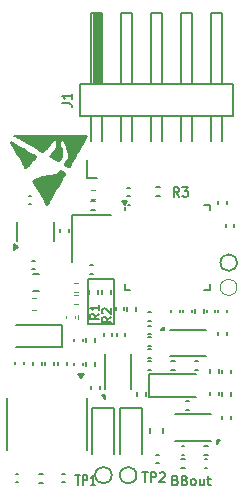
<source format=gbr>
%TF.GenerationSoftware,KiCad,Pcbnew,8.0.4*%
%TF.CreationDate,2024-09-10T15:11:46+03:00*%
%TF.ProjectId,micro17,6d696372-6f31-4372-9e6b-696361645f70,rev?*%
%TF.SameCoordinates,Original*%
%TF.FileFunction,Legend,Top*%
%TF.FilePolarity,Positive*%
%FSLAX46Y46*%
G04 Gerber Fmt 4.6, Leading zero omitted, Abs format (unit mm)*
G04 Created by KiCad (PCBNEW 8.0.4) date 2024-09-10 15:11:46*
%MOMM*%
%LPD*%
G01*
G04 APERTURE LIST*
%ADD10C,0.160000*%
%ADD11C,0.120000*%
%ADD12R,0.760000X6.000000*%
G04 APERTURE END LIST*
D10*
X187400000Y-62200000D02*
X189600000Y-62200000D01*
X189600000Y-66000000D02*
X187400000Y-66000000D01*
X189600000Y-62200000D02*
X189600000Y-66000000D01*
X187400000Y-66000000D02*
X187400000Y-62200000D01*
X194812405Y-79224727D02*
X194926691Y-79262822D01*
X194926691Y-79262822D02*
X194964786Y-79300918D01*
X194964786Y-79300918D02*
X195002882Y-79377108D01*
X195002882Y-79377108D02*
X195002882Y-79491394D01*
X195002882Y-79491394D02*
X194964786Y-79567584D01*
X194964786Y-79567584D02*
X194926691Y-79605680D01*
X194926691Y-79605680D02*
X194850501Y-79643775D01*
X194850501Y-79643775D02*
X194545739Y-79643775D01*
X194545739Y-79643775D02*
X194545739Y-78843775D01*
X194545739Y-78843775D02*
X194812405Y-78843775D01*
X194812405Y-78843775D02*
X194888596Y-78881870D01*
X194888596Y-78881870D02*
X194926691Y-78919965D01*
X194926691Y-78919965D02*
X194964786Y-78996156D01*
X194964786Y-78996156D02*
X194964786Y-79072346D01*
X194964786Y-79072346D02*
X194926691Y-79148537D01*
X194926691Y-79148537D02*
X194888596Y-79186632D01*
X194888596Y-79186632D02*
X194812405Y-79224727D01*
X194812405Y-79224727D02*
X194545739Y-79224727D01*
X195612405Y-79224727D02*
X195726691Y-79262822D01*
X195726691Y-79262822D02*
X195764786Y-79300918D01*
X195764786Y-79300918D02*
X195802882Y-79377108D01*
X195802882Y-79377108D02*
X195802882Y-79491394D01*
X195802882Y-79491394D02*
X195764786Y-79567584D01*
X195764786Y-79567584D02*
X195726691Y-79605680D01*
X195726691Y-79605680D02*
X195650501Y-79643775D01*
X195650501Y-79643775D02*
X195345739Y-79643775D01*
X195345739Y-79643775D02*
X195345739Y-78843775D01*
X195345739Y-78843775D02*
X195612405Y-78843775D01*
X195612405Y-78843775D02*
X195688596Y-78881870D01*
X195688596Y-78881870D02*
X195726691Y-78919965D01*
X195726691Y-78919965D02*
X195764786Y-78996156D01*
X195764786Y-78996156D02*
X195764786Y-79072346D01*
X195764786Y-79072346D02*
X195726691Y-79148537D01*
X195726691Y-79148537D02*
X195688596Y-79186632D01*
X195688596Y-79186632D02*
X195612405Y-79224727D01*
X195612405Y-79224727D02*
X195345739Y-79224727D01*
X196260024Y-79643775D02*
X196183834Y-79605680D01*
X196183834Y-79605680D02*
X196145739Y-79567584D01*
X196145739Y-79567584D02*
X196107643Y-79491394D01*
X196107643Y-79491394D02*
X196107643Y-79262822D01*
X196107643Y-79262822D02*
X196145739Y-79186632D01*
X196145739Y-79186632D02*
X196183834Y-79148537D01*
X196183834Y-79148537D02*
X196260024Y-79110441D01*
X196260024Y-79110441D02*
X196374310Y-79110441D01*
X196374310Y-79110441D02*
X196450501Y-79148537D01*
X196450501Y-79148537D02*
X196488596Y-79186632D01*
X196488596Y-79186632D02*
X196526691Y-79262822D01*
X196526691Y-79262822D02*
X196526691Y-79491394D01*
X196526691Y-79491394D02*
X196488596Y-79567584D01*
X196488596Y-79567584D02*
X196450501Y-79605680D01*
X196450501Y-79605680D02*
X196374310Y-79643775D01*
X196374310Y-79643775D02*
X196260024Y-79643775D01*
X197212406Y-79110441D02*
X197212406Y-79643775D01*
X196869549Y-79110441D02*
X196869549Y-79529489D01*
X196869549Y-79529489D02*
X196907644Y-79605680D01*
X196907644Y-79605680D02*
X196983834Y-79643775D01*
X196983834Y-79643775D02*
X197098120Y-79643775D01*
X197098120Y-79643775D02*
X197174311Y-79605680D01*
X197174311Y-79605680D02*
X197212406Y-79567584D01*
X197479073Y-79110441D02*
X197783835Y-79110441D01*
X197593359Y-78843775D02*
X197593359Y-79529489D01*
X197593359Y-79529489D02*
X197631454Y-79605680D01*
X197631454Y-79605680D02*
X197707644Y-79643775D01*
X197707644Y-79643775D02*
X197783835Y-79643775D01*
X188361775Y-65133332D02*
X187980822Y-65399999D01*
X188361775Y-65590475D02*
X187561775Y-65590475D01*
X187561775Y-65590475D02*
X187561775Y-65285713D01*
X187561775Y-65285713D02*
X187599870Y-65209523D01*
X187599870Y-65209523D02*
X187637965Y-65171428D01*
X187637965Y-65171428D02*
X187714156Y-65133332D01*
X187714156Y-65133332D02*
X187828441Y-65133332D01*
X187828441Y-65133332D02*
X187904632Y-65171428D01*
X187904632Y-65171428D02*
X187942727Y-65209523D01*
X187942727Y-65209523D02*
X187980822Y-65285713D01*
X187980822Y-65285713D02*
X187980822Y-65590475D01*
X188361775Y-64371428D02*
X188361775Y-64828571D01*
X188361775Y-64599999D02*
X187561775Y-64599999D01*
X187561775Y-64599999D02*
X187676060Y-64676190D01*
X187676060Y-64676190D02*
X187752251Y-64752380D01*
X187752251Y-64752380D02*
X187790346Y-64828571D01*
X191990476Y-78561775D02*
X192447619Y-78561775D01*
X192219047Y-79361775D02*
X192219047Y-78561775D01*
X192714286Y-79361775D02*
X192714286Y-78561775D01*
X192714286Y-78561775D02*
X193019048Y-78561775D01*
X193019048Y-78561775D02*
X193095238Y-78599870D01*
X193095238Y-78599870D02*
X193133333Y-78637965D01*
X193133333Y-78637965D02*
X193171429Y-78714156D01*
X193171429Y-78714156D02*
X193171429Y-78828441D01*
X193171429Y-78828441D02*
X193133333Y-78904632D01*
X193133333Y-78904632D02*
X193095238Y-78942727D01*
X193095238Y-78942727D02*
X193019048Y-78980822D01*
X193019048Y-78980822D02*
X192714286Y-78980822D01*
X193476190Y-78637965D02*
X193514286Y-78599870D01*
X193514286Y-78599870D02*
X193590476Y-78561775D01*
X193590476Y-78561775D02*
X193780952Y-78561775D01*
X193780952Y-78561775D02*
X193857143Y-78599870D01*
X193857143Y-78599870D02*
X193895238Y-78637965D01*
X193895238Y-78637965D02*
X193933333Y-78714156D01*
X193933333Y-78714156D02*
X193933333Y-78790346D01*
X193933333Y-78790346D02*
X193895238Y-78904632D01*
X193895238Y-78904632D02*
X193438095Y-79361775D01*
X193438095Y-79361775D02*
X193933333Y-79361775D01*
X195116667Y-55211775D02*
X194850000Y-54830822D01*
X194659524Y-55211775D02*
X194659524Y-54411775D01*
X194659524Y-54411775D02*
X194964286Y-54411775D01*
X194964286Y-54411775D02*
X195040476Y-54449870D01*
X195040476Y-54449870D02*
X195078571Y-54487965D01*
X195078571Y-54487965D02*
X195116667Y-54564156D01*
X195116667Y-54564156D02*
X195116667Y-54678441D01*
X195116667Y-54678441D02*
X195078571Y-54754632D01*
X195078571Y-54754632D02*
X195040476Y-54792727D01*
X195040476Y-54792727D02*
X194964286Y-54830822D01*
X194964286Y-54830822D02*
X194659524Y-54830822D01*
X195383333Y-54411775D02*
X195878571Y-54411775D01*
X195878571Y-54411775D02*
X195611905Y-54716537D01*
X195611905Y-54716537D02*
X195726190Y-54716537D01*
X195726190Y-54716537D02*
X195802381Y-54754632D01*
X195802381Y-54754632D02*
X195840476Y-54792727D01*
X195840476Y-54792727D02*
X195878571Y-54868918D01*
X195878571Y-54868918D02*
X195878571Y-55059394D01*
X195878571Y-55059394D02*
X195840476Y-55135584D01*
X195840476Y-55135584D02*
X195802381Y-55173680D01*
X195802381Y-55173680D02*
X195726190Y-55211775D01*
X195726190Y-55211775D02*
X195497619Y-55211775D01*
X195497619Y-55211775D02*
X195421428Y-55173680D01*
X195421428Y-55173680D02*
X195383333Y-55135584D01*
X185211775Y-47294166D02*
X185783203Y-47294166D01*
X185783203Y-47294166D02*
X185897489Y-47332261D01*
X185897489Y-47332261D02*
X185973680Y-47408452D01*
X185973680Y-47408452D02*
X186011775Y-47522737D01*
X186011775Y-47522737D02*
X186011775Y-47598928D01*
X186011775Y-46494166D02*
X186011775Y-46951309D01*
X186011775Y-46722737D02*
X185211775Y-46722737D01*
X185211775Y-46722737D02*
X185326060Y-46798928D01*
X185326060Y-46798928D02*
X185402251Y-46875118D01*
X185402251Y-46875118D02*
X185440346Y-46951309D01*
X186316666Y-78811775D02*
X186716666Y-78811775D01*
X186516666Y-79611775D02*
X186516666Y-78811775D01*
X186949999Y-79611775D02*
X186949999Y-78811775D01*
X186949999Y-78811775D02*
X187216666Y-78811775D01*
X187216666Y-78811775D02*
X187283333Y-78849870D01*
X187283333Y-78849870D02*
X187316666Y-78887965D01*
X187316666Y-78887965D02*
X187349999Y-78964156D01*
X187349999Y-78964156D02*
X187349999Y-79078441D01*
X187349999Y-79078441D02*
X187316666Y-79154632D01*
X187316666Y-79154632D02*
X187283333Y-79192727D01*
X187283333Y-79192727D02*
X187216666Y-79230822D01*
X187216666Y-79230822D02*
X186949999Y-79230822D01*
X188016666Y-79611775D02*
X187616666Y-79611775D01*
X187816666Y-79611775D02*
X187816666Y-78811775D01*
X187816666Y-78811775D02*
X187749999Y-78926060D01*
X187749999Y-78926060D02*
X187683333Y-79002251D01*
X187683333Y-79002251D02*
X187616666Y-79040346D01*
X189361775Y-65375000D02*
X188980822Y-65625000D01*
X189361775Y-65803571D02*
X188561775Y-65803571D01*
X188561775Y-65803571D02*
X188561775Y-65517857D01*
X188561775Y-65517857D02*
X188599870Y-65446428D01*
X188599870Y-65446428D02*
X188637965Y-65410714D01*
X188637965Y-65410714D02*
X188714156Y-65375000D01*
X188714156Y-65375000D02*
X188828441Y-65375000D01*
X188828441Y-65375000D02*
X188904632Y-65410714D01*
X188904632Y-65410714D02*
X188942727Y-65446428D01*
X188942727Y-65446428D02*
X188980822Y-65517857D01*
X188980822Y-65517857D02*
X188980822Y-65803571D01*
X188637965Y-65089285D02*
X188599870Y-65053571D01*
X188599870Y-65053571D02*
X188561775Y-64982143D01*
X188561775Y-64982143D02*
X188561775Y-64803571D01*
X188561775Y-64803571D02*
X188599870Y-64732143D01*
X188599870Y-64732143D02*
X188637965Y-64696428D01*
X188637965Y-64696428D02*
X188714156Y-64660714D01*
X188714156Y-64660714D02*
X188790346Y-64660714D01*
X188790346Y-64660714D02*
X188904632Y-64696428D01*
X188904632Y-64696428D02*
X189361775Y-65125000D01*
X189361775Y-65125000D02*
X189361775Y-64660714D01*
%TO.C,R13*%
X187220000Y-69221359D02*
X187220000Y-69528641D01*
X187980000Y-69221359D02*
X187980000Y-69528641D01*
%TO.C,C19*%
X192479664Y-66140000D02*
X192695336Y-66140000D01*
X192479664Y-66860000D02*
X192695336Y-66860000D01*
%TO.C,C31*%
X193377836Y-77061250D02*
X193162164Y-77061250D01*
X193377836Y-77781250D02*
X193162164Y-77781250D01*
D11*
%TO.C,R29*%
X187646359Y-54620000D02*
X187953641Y-54620000D01*
X187646359Y-55380000D02*
X187953641Y-55380000D01*
D10*
%TO.C,C28*%
X192590000Y-70265000D02*
X192590000Y-72135000D01*
X192590000Y-72135000D02*
X196500000Y-72135000D01*
X196500000Y-70265000D02*
X192590000Y-70265000D01*
%TO.C,C20*%
X198740000Y-70107836D02*
X198740000Y-69892164D01*
X199460000Y-70107836D02*
X199460000Y-69892164D01*
%TO.C,R1*%
X187520000Y-63146359D02*
X187520000Y-63453641D01*
X188280000Y-63146359D02*
X188280000Y-63453641D01*
%TO.C,R10*%
X192433859Y-67120000D02*
X192741141Y-67120000D01*
X192433859Y-67880000D02*
X192741141Y-67880000D01*
%TO.C,U2*%
X181390000Y-58200000D02*
X181390000Y-57400000D01*
X181390000Y-58200000D02*
X181390000Y-59000000D01*
X184510000Y-58200000D02*
X184510000Y-57400000D01*
X184510000Y-58200000D02*
X184510000Y-59000000D01*
X181440000Y-59500000D02*
X181110000Y-59740000D01*
X181110000Y-59260000D01*
X181440000Y-59500000D01*
G36*
X181440000Y-59500000D02*
G01*
X181110000Y-59740000D01*
X181110000Y-59260000D01*
X181440000Y-59500000D01*
G37*
%TO.C,R5*%
X196425000Y-65033641D02*
X196425000Y-64726359D01*
X197185000Y-65033641D02*
X197185000Y-64726359D01*
D11*
%TO.C,R27*%
X186520000Y-65246359D02*
X186520000Y-65553641D01*
X187280000Y-65246359D02*
X187280000Y-65553641D01*
D10*
%TO.C,R20*%
X192446359Y-69120000D02*
X192753641Y-69120000D01*
X192446359Y-69880000D02*
X192753641Y-69880000D01*
%TO.C,SYM1*%
X180879364Y-50607758D02*
X180918059Y-50629797D01*
X180979513Y-50665029D01*
X181061702Y-50712289D01*
X181162604Y-50770411D01*
X181280195Y-50838229D01*
X181412454Y-50914576D01*
X181557358Y-50998286D01*
X181712883Y-51088194D01*
X181877008Y-51183133D01*
X181939451Y-51219268D01*
X182106513Y-51315917D01*
X182265926Y-51408062D01*
X182415645Y-51494525D01*
X182553624Y-51574129D01*
X182677815Y-51645695D01*
X182786173Y-51708045D01*
X182876652Y-51760002D01*
X182947204Y-51800387D01*
X182995785Y-51828022D01*
X183020346Y-51841728D01*
X183022915Y-51843026D01*
X183015431Y-51854780D01*
X182989386Y-51886205D01*
X182947441Y-51934406D01*
X182892254Y-51996490D01*
X182826483Y-52069561D01*
X182752788Y-52150724D01*
X182673827Y-52237084D01*
X182592260Y-52325747D01*
X182510746Y-52413818D01*
X182431943Y-52498401D01*
X182358510Y-52576603D01*
X182293107Y-52645528D01*
X182238392Y-52702281D01*
X182197023Y-52743968D01*
X182182836Y-52757637D01*
X182135820Y-52801799D01*
X182112472Y-52765381D01*
X182101092Y-52746307D01*
X182075512Y-52702579D01*
X182036998Y-52636381D01*
X181986814Y-52549898D01*
X181926225Y-52445315D01*
X181856497Y-52324817D01*
X181778893Y-52190588D01*
X181694680Y-52044813D01*
X181605121Y-51889677D01*
X181513002Y-51730000D01*
X181418924Y-51566883D01*
X181328598Y-51410291D01*
X181243335Y-51262494D01*
X181164443Y-51125760D01*
X181093231Y-51002358D01*
X181031009Y-50894556D01*
X180979087Y-50804623D01*
X180938772Y-50734827D01*
X180911376Y-50687436D01*
X180898493Y-50665214D01*
X180877493Y-50627670D01*
X180866075Y-50604169D01*
X180865449Y-50600080D01*
X180879364Y-50607758D01*
G36*
X180879364Y-50607758D02*
G01*
X180918059Y-50629797D01*
X180979513Y-50665029D01*
X181061702Y-50712289D01*
X181162604Y-50770411D01*
X181280195Y-50838229D01*
X181412454Y-50914576D01*
X181557358Y-50998286D01*
X181712883Y-51088194D01*
X181877008Y-51183133D01*
X181939451Y-51219268D01*
X182106513Y-51315917D01*
X182265926Y-51408062D01*
X182415645Y-51494525D01*
X182553624Y-51574129D01*
X182677815Y-51645695D01*
X182786173Y-51708045D01*
X182876652Y-51760002D01*
X182947204Y-51800387D01*
X182995785Y-51828022D01*
X183020346Y-51841728D01*
X183022915Y-51843026D01*
X183015431Y-51854780D01*
X182989386Y-51886205D01*
X182947441Y-51934406D01*
X182892254Y-51996490D01*
X182826483Y-52069561D01*
X182752788Y-52150724D01*
X182673827Y-52237084D01*
X182592260Y-52325747D01*
X182510746Y-52413818D01*
X182431943Y-52498401D01*
X182358510Y-52576603D01*
X182293107Y-52645528D01*
X182238392Y-52702281D01*
X182197023Y-52743968D01*
X182182836Y-52757637D01*
X182135820Y-52801799D01*
X182112472Y-52765381D01*
X182101092Y-52746307D01*
X182075512Y-52702579D01*
X182036998Y-52636381D01*
X181986814Y-52549898D01*
X181926225Y-52445315D01*
X181856497Y-52324817D01*
X181778893Y-52190588D01*
X181694680Y-52044813D01*
X181605121Y-51889677D01*
X181513002Y-51730000D01*
X181418924Y-51566883D01*
X181328598Y-51410291D01*
X181243335Y-51262494D01*
X181164443Y-51125760D01*
X181093231Y-51002358D01*
X181031009Y-50894556D01*
X180979087Y-50804623D01*
X180938772Y-50734827D01*
X180911376Y-50687436D01*
X180898493Y-50665214D01*
X180877493Y-50627670D01*
X180866075Y-50604169D01*
X180865449Y-50600080D01*
X180879364Y-50607758D01*
G37*
X185126734Y-53061746D02*
X185175032Y-53086604D01*
X185244373Y-53126048D01*
X185292561Y-53154413D01*
X185364417Y-53198753D01*
X185420258Y-53236721D01*
X185456333Y-53265584D01*
X185468887Y-53282612D01*
X185468879Y-53282736D01*
X185461094Y-53298963D01*
X185439108Y-53339600D01*
X185404197Y-53402433D01*
X185357637Y-53485248D01*
X185300705Y-53585828D01*
X185234677Y-53701960D01*
X185160828Y-53831429D01*
X185080436Y-53972020D01*
X184994776Y-54121518D01*
X184905124Y-54277708D01*
X184812757Y-54438376D01*
X184718951Y-54601307D01*
X184624982Y-54764287D01*
X184532126Y-54925100D01*
X184441660Y-55081532D01*
X184354859Y-55231367D01*
X184273000Y-55372392D01*
X184197359Y-55502391D01*
X184129213Y-55619151D01*
X184069837Y-55720455D01*
X184020507Y-55804089D01*
X183982500Y-55867838D01*
X183957093Y-55909489D01*
X183945560Y-55926825D01*
X183945077Y-55927195D01*
X183935957Y-55914165D01*
X183912935Y-55876755D01*
X183877466Y-55817486D01*
X183831004Y-55738882D01*
X183775004Y-55643462D01*
X183710919Y-55533750D01*
X183640204Y-55412266D01*
X183564313Y-55281532D01*
X183484701Y-55144070D01*
X183402822Y-55002402D01*
X183320130Y-54859049D01*
X183238079Y-54716533D01*
X183158124Y-54577376D01*
X183081719Y-54444099D01*
X183010318Y-54319224D01*
X182945376Y-54205273D01*
X182888347Y-54104767D01*
X182840685Y-54020228D01*
X182803845Y-53954178D01*
X182779280Y-53909138D01*
X182768446Y-53887630D01*
X182768049Y-53886286D01*
X182781499Y-53868035D01*
X182818886Y-53840118D01*
X182875765Y-53805275D01*
X182947688Y-53766246D01*
X183022985Y-53729157D01*
X183125440Y-53684183D01*
X183233183Y-53643774D01*
X183349927Y-53607031D01*
X183479382Y-53573058D01*
X183625260Y-53540956D01*
X183791274Y-53509827D01*
X183981134Y-53478773D01*
X184177531Y-53449855D01*
X184348166Y-53424200D01*
X184491455Y-53398802D01*
X184610992Y-53372398D01*
X184710370Y-53343727D01*
X184793182Y-53311527D01*
X184863022Y-53274535D01*
X184923482Y-53231488D01*
X184978155Y-53181125D01*
X184995786Y-53162417D01*
X185034000Y-53118861D01*
X185062268Y-53083318D01*
X185075382Y-53062417D01*
X185075732Y-53060703D01*
X185080320Y-53050194D01*
X185096242Y-53050076D01*
X185126734Y-53061746D01*
G36*
X185126734Y-53061746D02*
G01*
X185175032Y-53086604D01*
X185244373Y-53126048D01*
X185292561Y-53154413D01*
X185364417Y-53198753D01*
X185420258Y-53236721D01*
X185456333Y-53265584D01*
X185468887Y-53282612D01*
X185468879Y-53282736D01*
X185461094Y-53298963D01*
X185439108Y-53339600D01*
X185404197Y-53402433D01*
X185357637Y-53485248D01*
X185300705Y-53585828D01*
X185234677Y-53701960D01*
X185160828Y-53831429D01*
X185080436Y-53972020D01*
X184994776Y-54121518D01*
X184905124Y-54277708D01*
X184812757Y-54438376D01*
X184718951Y-54601307D01*
X184624982Y-54764287D01*
X184532126Y-54925100D01*
X184441660Y-55081532D01*
X184354859Y-55231367D01*
X184273000Y-55372392D01*
X184197359Y-55502391D01*
X184129213Y-55619151D01*
X184069837Y-55720455D01*
X184020507Y-55804089D01*
X183982500Y-55867838D01*
X183957093Y-55909489D01*
X183945560Y-55926825D01*
X183945077Y-55927195D01*
X183935957Y-55914165D01*
X183912935Y-55876755D01*
X183877466Y-55817486D01*
X183831004Y-55738882D01*
X183775004Y-55643462D01*
X183710919Y-55533750D01*
X183640204Y-55412266D01*
X183564313Y-55281532D01*
X183484701Y-55144070D01*
X183402822Y-55002402D01*
X183320130Y-54859049D01*
X183238079Y-54716533D01*
X183158124Y-54577376D01*
X183081719Y-54444099D01*
X183010318Y-54319224D01*
X182945376Y-54205273D01*
X182888347Y-54104767D01*
X182840685Y-54020228D01*
X182803845Y-53954178D01*
X182779280Y-53909138D01*
X182768446Y-53887630D01*
X182768049Y-53886286D01*
X182781499Y-53868035D01*
X182818886Y-53840118D01*
X182875765Y-53805275D01*
X182947688Y-53766246D01*
X183022985Y-53729157D01*
X183125440Y-53684183D01*
X183233183Y-53643774D01*
X183349927Y-53607031D01*
X183479382Y-53573058D01*
X183625260Y-53540956D01*
X183791274Y-53509827D01*
X183981134Y-53478773D01*
X184177531Y-53449855D01*
X184348166Y-53424200D01*
X184491455Y-53398802D01*
X184610992Y-53372398D01*
X184710370Y-53343727D01*
X184793182Y-53311527D01*
X184863022Y-53274535D01*
X184923482Y-53231488D01*
X184978155Y-53181125D01*
X184995786Y-53162417D01*
X185034000Y-53118861D01*
X185062268Y-53083318D01*
X185075382Y-53062417D01*
X185075732Y-53060703D01*
X185080320Y-53050194D01*
X185096242Y-53050076D01*
X185126734Y-53061746D01*
G37*
X187129947Y-50425153D02*
X187083144Y-50506320D01*
X187022898Y-50610834D01*
X186951222Y-50735199D01*
X186870131Y-50875918D01*
X186781638Y-51029497D01*
X186687760Y-51192438D01*
X186590509Y-51361246D01*
X186491900Y-51532425D01*
X186393947Y-51702479D01*
X186369175Y-51745488D01*
X186278848Y-51902143D01*
X186192711Y-52051197D01*
X186112058Y-52190432D01*
X186038184Y-52317629D01*
X185972383Y-52430568D01*
X185915950Y-52527032D01*
X185870179Y-52604800D01*
X185836365Y-52661654D01*
X185815802Y-52695375D01*
X185810047Y-52703960D01*
X185797942Y-52710811D01*
X185777906Y-52708842D01*
X185745381Y-52696264D01*
X185695807Y-52671288D01*
X185624626Y-52632124D01*
X185619084Y-52629012D01*
X185553526Y-52591524D01*
X185498202Y-52558681D01*
X185458545Y-52533795D01*
X185439988Y-52520180D01*
X185439469Y-52519513D01*
X185443952Y-52500610D01*
X185464514Y-52458395D01*
X185499817Y-52395168D01*
X185548520Y-52313228D01*
X185609282Y-52214878D01*
X185680764Y-52102415D01*
X185698555Y-52074835D01*
X185744907Y-51998301D01*
X185778658Y-51932444D01*
X185796847Y-51883218D01*
X185798714Y-51873493D01*
X185797885Y-51830688D01*
X185788606Y-51762791D01*
X185772032Y-51674157D01*
X185749320Y-51569141D01*
X185721627Y-51452098D01*
X185690110Y-51327384D01*
X185655925Y-51199355D01*
X185620229Y-51072366D01*
X185584179Y-50950772D01*
X185548932Y-50838928D01*
X185515644Y-50741190D01*
X185485472Y-50661913D01*
X185464439Y-50614878D01*
X185439663Y-50564775D01*
X185416270Y-50516832D01*
X185415003Y-50514207D01*
X185376301Y-50465780D01*
X185319816Y-50433172D01*
X185254061Y-50417546D01*
X185187549Y-50420063D01*
X185128795Y-50441886D01*
X185095742Y-50470618D01*
X185048141Y-50549417D01*
X185013261Y-50647622D01*
X184994123Y-50755221D01*
X184991412Y-50816220D01*
X185002330Y-50930065D01*
X185034376Y-51024340D01*
X185089274Y-51103621D01*
X185106393Y-51121267D01*
X185157339Y-51170765D01*
X185160837Y-51520638D01*
X185164336Y-51870511D01*
X185075182Y-52005469D01*
X185033346Y-52066555D01*
X184993055Y-52121507D01*
X184960057Y-52162664D01*
X184945874Y-52177808D01*
X184905719Y-52215190D01*
X184851335Y-52185902D01*
X184816961Y-52164916D01*
X184798154Y-52148622D01*
X184796951Y-52145693D01*
X184784097Y-52133272D01*
X184762104Y-52124023D01*
X184740850Y-52115687D01*
X184708306Y-52099851D01*
X184661678Y-52074967D01*
X184598171Y-52039491D01*
X184514992Y-51991877D01*
X184409347Y-51930578D01*
X184351938Y-51897068D01*
X184284406Y-51856929D01*
X184240115Y-51828341D01*
X184215145Y-51807961D01*
X184205577Y-51792447D01*
X184207492Y-51778454D01*
X184209089Y-51775204D01*
X184224624Y-51754734D01*
X184257864Y-51716335D01*
X184304938Y-51664304D01*
X184361972Y-51602934D01*
X184411300Y-51550910D01*
X184524970Y-51427433D01*
X184613895Y-51320409D01*
X184678866Y-51228760D01*
X184720679Y-51151412D01*
X184734783Y-51112134D01*
X184740608Y-51077751D01*
X184746625Y-51019101D01*
X184752304Y-50942883D01*
X184757116Y-50855798D01*
X184759381Y-50800732D01*
X184762541Y-50705536D01*
X184763931Y-50635938D01*
X184763142Y-50586591D01*
X184759765Y-50552146D01*
X184753392Y-50527257D01*
X184743613Y-50506575D01*
X184735933Y-50493947D01*
X184691579Y-50445274D01*
X184634426Y-50411355D01*
X184574292Y-50396562D01*
X184529227Y-50401914D01*
X184488424Y-50425070D01*
X184437276Y-50466538D01*
X184382958Y-50519088D01*
X184332643Y-50575484D01*
X184293506Y-50628495D01*
X184279095Y-50654111D01*
X184257509Y-50689186D01*
X184218247Y-50742611D01*
X184164898Y-50810211D01*
X184101048Y-50887810D01*
X184030285Y-50971232D01*
X183956196Y-51056302D01*
X183882368Y-51138845D01*
X183812389Y-51214684D01*
X183749845Y-51279644D01*
X183700740Y-51327331D01*
X183646221Y-51374968D01*
X183600358Y-51410092D01*
X183568189Y-51429051D01*
X183557511Y-51431136D01*
X183541147Y-51422726D01*
X183500329Y-51400154D01*
X183437414Y-51364776D01*
X183354756Y-51317946D01*
X183254711Y-51261019D01*
X183139634Y-51195351D01*
X183011881Y-51122297D01*
X182873806Y-51043212D01*
X182727766Y-50959452D01*
X182576116Y-50872371D01*
X182421210Y-50783324D01*
X182265405Y-50693668D01*
X182111056Y-50604757D01*
X181960518Y-50517946D01*
X181816146Y-50434591D01*
X181680296Y-50356046D01*
X181555323Y-50283667D01*
X181443583Y-50218810D01*
X181347430Y-50162829D01*
X181269221Y-50117080D01*
X181211311Y-50082917D01*
X181176054Y-50061696D01*
X181165835Y-50055037D01*
X181179598Y-50053720D01*
X181222896Y-50052441D01*
X181294286Y-50051204D01*
X181392327Y-50050017D01*
X181515578Y-50048885D01*
X181662597Y-50047814D01*
X181831943Y-50046811D01*
X182022174Y-50045881D01*
X182231849Y-50045032D01*
X182459527Y-50044268D01*
X182703765Y-50043597D01*
X182963123Y-50043024D01*
X183236159Y-50042556D01*
X183521432Y-50042198D01*
X183817500Y-50041958D01*
X184122921Y-50041841D01*
X184251076Y-50041829D01*
X187351030Y-50041829D01*
X187129947Y-50425153D01*
G36*
X187129947Y-50425153D02*
G01*
X187083144Y-50506320D01*
X187022898Y-50610834D01*
X186951222Y-50735199D01*
X186870131Y-50875918D01*
X186781638Y-51029497D01*
X186687760Y-51192438D01*
X186590509Y-51361246D01*
X186491900Y-51532425D01*
X186393947Y-51702479D01*
X186369175Y-51745488D01*
X186278848Y-51902143D01*
X186192711Y-52051197D01*
X186112058Y-52190432D01*
X186038184Y-52317629D01*
X185972383Y-52430568D01*
X185915950Y-52527032D01*
X185870179Y-52604800D01*
X185836365Y-52661654D01*
X185815802Y-52695375D01*
X185810047Y-52703960D01*
X185797942Y-52710811D01*
X185777906Y-52708842D01*
X185745381Y-52696264D01*
X185695807Y-52671288D01*
X185624626Y-52632124D01*
X185619084Y-52629012D01*
X185553526Y-52591524D01*
X185498202Y-52558681D01*
X185458545Y-52533795D01*
X185439988Y-52520180D01*
X185439469Y-52519513D01*
X185443952Y-52500610D01*
X185464514Y-52458395D01*
X185499817Y-52395168D01*
X185548520Y-52313228D01*
X185609282Y-52214878D01*
X185680764Y-52102415D01*
X185698555Y-52074835D01*
X185744907Y-51998301D01*
X185778658Y-51932444D01*
X185796847Y-51883218D01*
X185798714Y-51873493D01*
X185797885Y-51830688D01*
X185788606Y-51762791D01*
X185772032Y-51674157D01*
X185749320Y-51569141D01*
X185721627Y-51452098D01*
X185690110Y-51327384D01*
X185655925Y-51199355D01*
X185620229Y-51072366D01*
X185584179Y-50950772D01*
X185548932Y-50838928D01*
X185515644Y-50741190D01*
X185485472Y-50661913D01*
X185464439Y-50614878D01*
X185439663Y-50564775D01*
X185416270Y-50516832D01*
X185415003Y-50514207D01*
X185376301Y-50465780D01*
X185319816Y-50433172D01*
X185254061Y-50417546D01*
X185187549Y-50420063D01*
X185128795Y-50441886D01*
X185095742Y-50470618D01*
X185048141Y-50549417D01*
X185013261Y-50647622D01*
X184994123Y-50755221D01*
X184991412Y-50816220D01*
X185002330Y-50930065D01*
X185034376Y-51024340D01*
X185089274Y-51103621D01*
X185106393Y-51121267D01*
X185157339Y-51170765D01*
X185160837Y-51520638D01*
X185164336Y-51870511D01*
X185075182Y-52005469D01*
X185033346Y-52066555D01*
X184993055Y-52121507D01*
X184960057Y-52162664D01*
X184945874Y-52177808D01*
X184905719Y-52215190D01*
X184851335Y-52185902D01*
X184816961Y-52164916D01*
X184798154Y-52148622D01*
X184796951Y-52145693D01*
X184784097Y-52133272D01*
X184762104Y-52124023D01*
X184740850Y-52115687D01*
X184708306Y-52099851D01*
X184661678Y-52074967D01*
X184598171Y-52039491D01*
X184514992Y-51991877D01*
X184409347Y-51930578D01*
X184351938Y-51897068D01*
X184284406Y-51856929D01*
X184240115Y-51828341D01*
X184215145Y-51807961D01*
X184205577Y-51792447D01*
X184207492Y-51778454D01*
X184209089Y-51775204D01*
X184224624Y-51754734D01*
X184257864Y-51716335D01*
X184304938Y-51664304D01*
X184361972Y-51602934D01*
X184411300Y-51550910D01*
X184524970Y-51427433D01*
X184613895Y-51320409D01*
X184678866Y-51228760D01*
X184720679Y-51151412D01*
X184734783Y-51112134D01*
X184740608Y-51077751D01*
X184746625Y-51019101D01*
X184752304Y-50942883D01*
X184757116Y-50855798D01*
X184759381Y-50800732D01*
X184762541Y-50705536D01*
X184763931Y-50635938D01*
X184763142Y-50586591D01*
X184759765Y-50552146D01*
X184753392Y-50527257D01*
X184743613Y-50506575D01*
X184735933Y-50493947D01*
X184691579Y-50445274D01*
X184634426Y-50411355D01*
X184574292Y-50396562D01*
X184529227Y-50401914D01*
X184488424Y-50425070D01*
X184437276Y-50466538D01*
X184382958Y-50519088D01*
X184332643Y-50575484D01*
X184293506Y-50628495D01*
X184279095Y-50654111D01*
X184257509Y-50689186D01*
X184218247Y-50742611D01*
X184164898Y-50810211D01*
X184101048Y-50887810D01*
X184030285Y-50971232D01*
X183956196Y-51056302D01*
X183882368Y-51138845D01*
X183812389Y-51214684D01*
X183749845Y-51279644D01*
X183700740Y-51327331D01*
X183646221Y-51374968D01*
X183600358Y-51410092D01*
X183568189Y-51429051D01*
X183557511Y-51431136D01*
X183541147Y-51422726D01*
X183500329Y-51400154D01*
X183437414Y-51364776D01*
X183354756Y-51317946D01*
X183254711Y-51261019D01*
X183139634Y-51195351D01*
X183011881Y-51122297D01*
X182873806Y-51043212D01*
X182727766Y-50959452D01*
X182576116Y-50872371D01*
X182421210Y-50783324D01*
X182265405Y-50693668D01*
X182111056Y-50604757D01*
X181960518Y-50517946D01*
X181816146Y-50434591D01*
X181680296Y-50356046D01*
X181555323Y-50283667D01*
X181443583Y-50218810D01*
X181347430Y-50162829D01*
X181269221Y-50117080D01*
X181211311Y-50082917D01*
X181176054Y-50061696D01*
X181165835Y-50055037D01*
X181179598Y-50053720D01*
X181222896Y-50052441D01*
X181294286Y-50051204D01*
X181392327Y-50050017D01*
X181515578Y-50048885D01*
X181662597Y-50047814D01*
X181831943Y-50046811D01*
X182022174Y-50045881D01*
X182231849Y-50045032D01*
X182459527Y-50044268D01*
X182703765Y-50043597D01*
X182963123Y-50043024D01*
X183236159Y-50042556D01*
X183521432Y-50042198D01*
X183817500Y-50041958D01*
X184122921Y-50041841D01*
X184251076Y-50041829D01*
X187351030Y-50041829D01*
X187129947Y-50425153D01*
G37*
%TO.C,R16*%
X183578641Y-78657500D02*
X183271359Y-78657500D01*
X183578641Y-79417500D02*
X183271359Y-79417500D01*
%TO.C,R9*%
X198720000Y-72053641D02*
X198720000Y-71746359D01*
X199480000Y-72053641D02*
X199480000Y-71746359D01*
%TO.C,R4*%
X187646359Y-55620000D02*
X187953641Y-55620000D01*
X187646359Y-56380000D02*
X187953641Y-56380000D01*
%TO.C,C17*%
X192707836Y-68140000D02*
X192492164Y-68140000D01*
X192707836Y-68860000D02*
X192492164Y-68860000D01*
%TO.C,C7*%
X197447500Y-64772164D02*
X197447500Y-64987836D01*
X198167500Y-64772164D02*
X198167500Y-64987836D01*
%TO.C,C34*%
X190065000Y-73090000D02*
X190065000Y-77000000D01*
X191935000Y-73090000D02*
X190065000Y-73090000D01*
X191935000Y-77000000D02*
X191935000Y-73090000D01*
%TO.C,C13*%
X182652164Y-60640000D02*
X182867836Y-60640000D01*
X182652164Y-61360000D02*
X182867836Y-61360000D01*
%TO.C,R21*%
X194446359Y-69120000D02*
X194753641Y-69120000D01*
X194446359Y-69880000D02*
X194753641Y-69880000D01*
%TO.C,TP2*%
X191500000Y-78800000D02*
G75*
G02*
X190100000Y-78800000I-700000J0D01*
G01*
X190100000Y-78800000D02*
G75*
G02*
X191500000Y-78800000I700000J0D01*
G01*
%TO.C,C24*%
X186240000Y-69472836D02*
X186240000Y-69257164D01*
X186960000Y-69472836D02*
X186960000Y-69257164D01*
%TO.C,R24*%
X192677500Y-75258508D02*
X192677500Y-74783992D01*
X193722500Y-75258508D02*
X193722500Y-74783992D01*
D11*
%TO.C,C12*%
X185540000Y-65292164D02*
X185540000Y-65507836D01*
X186260000Y-65292164D02*
X186260000Y-65507836D01*
D10*
%TO.C,R14*%
X187620000Y-71221359D02*
X187620000Y-71528641D01*
X188380000Y-71221359D02*
X188380000Y-71528641D01*
%TO.C,R8*%
X192446359Y-65020000D02*
X192753641Y-65020000D01*
X192446359Y-65780000D02*
X192753641Y-65780000D01*
%TO.C,R3*%
X193453641Y-54420000D02*
X193146359Y-54420000D01*
X193453641Y-55180000D02*
X193146359Y-55180000D01*
%TO.C,R11*%
X197720000Y-70153641D02*
X197720000Y-69846359D01*
X198480000Y-70153641D02*
X198480000Y-69846359D01*
%TO.C,C26*%
X181300000Y-67935000D02*
X185210000Y-67935000D01*
X185210000Y-66065000D02*
X181300000Y-66065000D01*
X185210000Y-67935000D02*
X185210000Y-66065000D01*
%TO.C,C27*%
X187765000Y-73090000D02*
X187765000Y-77000000D01*
X189635000Y-73090000D02*
X187765000Y-73090000D01*
X189635000Y-77000000D02*
X189635000Y-73090000D01*
%TO.C,C32*%
X195692164Y-72540000D02*
X195907836Y-72540000D01*
X195692164Y-73260000D02*
X195907836Y-73260000D01*
%TO.C,C23*%
X181240000Y-69407836D02*
X181240000Y-69192164D01*
X181960000Y-69407836D02*
X181960000Y-69192164D01*
%TO.C,C30*%
X198440000Y-66907836D02*
X198440000Y-66692164D01*
X199160000Y-66907836D02*
X199160000Y-66692164D01*
%TO.C,R17*%
X191520000Y-72053641D02*
X191520000Y-71746359D01*
X192280000Y-72053641D02*
X192280000Y-71746359D01*
%TO.C,U6*%
X194350000Y-66490000D02*
X197350000Y-66490000D01*
X194350000Y-68710000D02*
X197350000Y-68710000D01*
X193840000Y-66510000D02*
X193560000Y-66510000D01*
X193840000Y-66230000D01*
X193840000Y-66510000D01*
G36*
X193840000Y-66510000D02*
G01*
X193560000Y-66510000D01*
X193840000Y-66230000D01*
X193840000Y-66510000D01*
G37*
%TO.C,R22*%
X197553641Y-76332500D02*
X197246359Y-76332500D01*
X197553641Y-77092500D02*
X197246359Y-77092500D01*
%TO.C,J1*%
X186730000Y-45652500D02*
X199670000Y-45652500D01*
X186730000Y-48392500D02*
X186730000Y-45652500D01*
X187300000Y-53642500D02*
X187300000Y-52072500D01*
X187680000Y-39652500D02*
X188560000Y-39652500D01*
X187680000Y-45652500D02*
X187680000Y-39652500D01*
X187680000Y-50502500D02*
X187680000Y-48392500D01*
X188120000Y-53642500D02*
X187300000Y-53642500D01*
X188560000Y-39652500D02*
X188560000Y-45652500D01*
X188560000Y-50502500D02*
X188560000Y-48392500D01*
X190220000Y-39652500D02*
X191100000Y-39652500D01*
X190220000Y-45652500D02*
X190220000Y-39652500D01*
X190220000Y-50502500D02*
X190220000Y-48392500D01*
X191100000Y-39652500D02*
X191100000Y-45652500D01*
X191100000Y-50502500D02*
X191100000Y-48392500D01*
X192760000Y-39652500D02*
X193640000Y-39652500D01*
X192760000Y-45652500D02*
X192760000Y-39652500D01*
X192760000Y-50502500D02*
X192760000Y-48392500D01*
X193640000Y-39652500D02*
X193640000Y-45652500D01*
X193640000Y-50502500D02*
X193640000Y-48392500D01*
X195300000Y-39652500D02*
X196180000Y-39652500D01*
X195300000Y-45652500D02*
X195300000Y-39652500D01*
X195300000Y-50502500D02*
X195300000Y-48392500D01*
X196180000Y-39652500D02*
X196180000Y-45652500D01*
X196180000Y-50502500D02*
X196180000Y-48392500D01*
X197840000Y-39652500D02*
X198720000Y-39652500D01*
X197840000Y-45652500D02*
X197840000Y-39652500D01*
X197840000Y-50502500D02*
X197840000Y-48392500D01*
X198720000Y-39652500D02*
X198720000Y-45652500D01*
X198720000Y-50502500D02*
X198720000Y-48392500D01*
X199670000Y-45652500D02*
X199670000Y-48392500D01*
X199670000Y-48392500D02*
X186730000Y-48392500D01*
%TO.C,C3*%
X198440000Y-55807836D02*
X198440000Y-55592164D01*
X199160000Y-55807836D02*
X199160000Y-55592164D01*
%TO.C,C29*%
X197292164Y-77452500D02*
X197507836Y-77452500D01*
X197292164Y-78172500D02*
X197507836Y-78172500D01*
%TO.C,C2*%
X187807836Y-61040000D02*
X187592164Y-61040000D01*
X187807836Y-61760000D02*
X187592164Y-61760000D01*
%TO.C,U5*%
X180515000Y-74437500D02*
X180515000Y-72237500D01*
X180515000Y-74437500D02*
X180515000Y-76637500D01*
X187285000Y-74437500D02*
X187285000Y-72237500D01*
X187285000Y-74437500D02*
X187285000Y-76637500D01*
X186825000Y-70577500D02*
X186585000Y-70247500D01*
X187065000Y-70247500D01*
X186825000Y-70577500D01*
G36*
X186825000Y-70577500D02*
G01*
X186585000Y-70247500D01*
X187065000Y-70247500D01*
X186825000Y-70577500D01*
G37*
%TO.C,U4*%
X188827500Y-71537500D02*
X188827500Y-68537500D01*
X191047500Y-71537500D02*
X191047500Y-68537500D01*
X188847500Y-72327500D02*
X188567500Y-72047500D01*
X188847500Y-72047500D01*
X188847500Y-72327500D01*
G36*
X188847500Y-72327500D02*
G01*
X188567500Y-72047500D01*
X188847500Y-72047500D01*
X188847500Y-72327500D01*
G37*
%TO.C,C6*%
X199040000Y-57554664D02*
X199040000Y-57770336D01*
X199760000Y-57554664D02*
X199760000Y-57770336D01*
%TO.C,U7*%
X197800000Y-73640000D02*
X194800000Y-73640000D01*
X197800000Y-75860000D02*
X194800000Y-75860000D01*
X198310000Y-76120000D02*
X198310000Y-75840000D01*
X198590000Y-75840000D01*
X198310000Y-76120000D01*
G36*
X198310000Y-76120000D02*
G01*
X198310000Y-75840000D01*
X198590000Y-75840000D01*
X198310000Y-76120000D01*
G37*
%TO.C,C10*%
X182738748Y-61765000D02*
X183261252Y-61765000D01*
X182738748Y-63235000D02*
X183261252Y-63235000D01*
D11*
%TO.C,R28*%
X186553641Y-62520000D02*
X186246359Y-62520000D01*
X186553641Y-63280000D02*
X186246359Y-63280000D01*
D10*
%TO.C,C18*%
X196707836Y-69140000D02*
X196492164Y-69140000D01*
X196707836Y-69860000D02*
X196492164Y-69860000D01*
D11*
%TO.C,R26*%
X186553641Y-63526666D02*
X186246359Y-63526666D01*
X186553641Y-64286666D02*
X186246359Y-64286666D01*
D10*
%TO.C,U1*%
X190490000Y-56365000D02*
X190490000Y-56130000D01*
X190490000Y-63110000D02*
X190490000Y-62635000D01*
X190965000Y-55890000D02*
X190790000Y-55890000D01*
X190965000Y-63110000D02*
X190490000Y-63110000D01*
X197235000Y-55890000D02*
X197710000Y-55890000D01*
X197235000Y-63110000D02*
X197710000Y-63110000D01*
X197710000Y-55890000D02*
X197710000Y-56365000D01*
X197710000Y-63110000D02*
X197710000Y-62635000D01*
X190490000Y-55890000D02*
X190250000Y-55560000D01*
X190730000Y-55560000D01*
X190490000Y-55890000D01*
G36*
X190490000Y-55890000D02*
G01*
X190250000Y-55560000D01*
X190730000Y-55560000D01*
X190490000Y-55890000D01*
G37*
%TO.C,R23*%
X195603641Y-77432500D02*
X195296359Y-77432500D01*
X195603641Y-78192500D02*
X195296359Y-78192500D01*
%TO.C,C8*%
X194450000Y-64772164D02*
X194450000Y-64987836D01*
X195170000Y-64772164D02*
X195170000Y-64987836D01*
%TO.C,C16*%
X189840000Y-66982836D02*
X189840000Y-66767164D01*
X190560000Y-66982836D02*
X190560000Y-66767164D01*
%TO.C,C21*%
X186240000Y-67257164D02*
X186240000Y-67472836D01*
X186960000Y-67257164D02*
X186960000Y-67472836D01*
%TO.C,C9*%
X195442500Y-64987836D02*
X195442500Y-64772164D01*
X196162500Y-64987836D02*
X196162500Y-64772164D01*
%TO.C,C14*%
X189740000Y-64807836D02*
X189740000Y-64592164D01*
X190460000Y-64807836D02*
X190460000Y-64592164D01*
%TO.C,C22*%
X181507836Y-78677500D02*
X181292164Y-78677500D01*
X181507836Y-79397500D02*
X181292164Y-79397500D01*
%TO.C,R12*%
X187220000Y-67221359D02*
X187220000Y-67528641D01*
X187980000Y-67221359D02*
X187980000Y-67528641D01*
D11*
%TO.C,FB1*%
X182628733Y-63790000D02*
X182971267Y-63790000D01*
X182628733Y-64810000D02*
X182971267Y-64810000D01*
D10*
%TO.C,C35*%
X188740000Y-66982836D02*
X188740000Y-66767164D01*
X189460000Y-66982836D02*
X189460000Y-66767164D01*
D11*
%TO.C,TP14*%
X200000000Y-62900000D02*
G75*
G02*
X198600000Y-62900000I-700000J0D01*
G01*
X198600000Y-62900000D02*
G75*
G02*
X200000000Y-62900000I700000J0D01*
G01*
D10*
%TO.C,C4*%
X190907836Y-54440000D02*
X190692164Y-54440000D01*
X190907836Y-55160000D02*
X190692164Y-55160000D01*
%TO.C,Y1*%
X186050000Y-56750000D02*
X186050000Y-60750000D01*
X189350000Y-56750000D02*
X186050000Y-56750000D01*
%TO.C,R15*%
X184820000Y-69491141D02*
X184820000Y-69183859D01*
X185580000Y-69491141D02*
X185580000Y-69183859D01*
%TO.C,TP12*%
X200000000Y-60800000D02*
G75*
G02*
X198600000Y-60800000I-700000J0D01*
G01*
X198600000Y-60800000D02*
G75*
G02*
X200000000Y-60800000I700000J0D01*
G01*
%TO.C,TP1*%
X189400000Y-78800000D02*
G75*
G02*
X188000000Y-78800000I-700000J0D01*
G01*
X188000000Y-78800000D02*
G75*
G02*
X189400000Y-78800000I700000J0D01*
G01*
%TO.C,R19*%
X182745000Y-69183859D02*
X182745000Y-69491141D01*
X183505000Y-69183859D02*
X183505000Y-69491141D01*
%TO.C,R18*%
X183745000Y-69183859D02*
X183745000Y-69491141D01*
X184505000Y-69183859D02*
X184505000Y-69491141D01*
%TO.C,C5*%
X198440000Y-64772164D02*
X198440000Y-64987836D01*
X199160000Y-64772164D02*
X199160000Y-64987836D01*
%TO.C,C1*%
X185040000Y-57992164D02*
X185040000Y-58207836D01*
X185760000Y-57992164D02*
X185760000Y-58207836D01*
%TO.C,R2*%
X188620000Y-63453641D02*
X188620000Y-63146359D01*
X189380000Y-63453641D02*
X189380000Y-63146359D01*
%TO.C,C11*%
X182372164Y-55140000D02*
X182587836Y-55140000D01*
X182372164Y-55860000D02*
X182587836Y-55860000D01*
%TO.C,C33*%
X195342164Y-76352500D02*
X195557836Y-76352500D01*
X195342164Y-77072500D02*
X195557836Y-77072500D01*
%TO.C,R6*%
X190720000Y-64546359D02*
X190720000Y-64853641D01*
X191480000Y-64546359D02*
X191480000Y-64853641D01*
%TO.C,C15*%
X197740000Y-72007836D02*
X197740000Y-71792164D01*
X198460000Y-72007836D02*
X198460000Y-71792164D01*
%TO.C,R7*%
X198770000Y-74053641D02*
X198770000Y-73746359D01*
X199530000Y-74053641D02*
X199530000Y-73746359D01*
%TO.C,C25*%
X185217164Y-78677500D02*
X185432836Y-78677500D01*
X185217164Y-79397500D02*
X185432836Y-79397500D01*
%TD*%
D12*
%TO.C,J1*%
X188120000Y-42652500D03*
%TD*%
M02*

</source>
